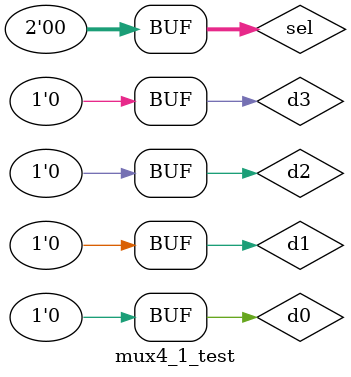
<source format=v>
`timescale 1ns / 1ps


module mux4_1_test;

	// Inputs
	reg [1:0] sel;
	reg d0;
	reg d1;
	reg d2;
	reg d3;

	// Outputs
	wire y;

	// Instantiate the Unit Under Test (UUT)
	mux4_1 uut (
		.sel(sel), 
		.d0(d0), 
		.d1(d1), 
		.d2(d2), 
		.d3(d3), 
		.y(y)
	);

	initial begin
		// Initialize Inputs
		sel = 0;
		d0 = 0;
		d1 = 0;
		d2 = 0;
		d3 = 0;

		// Wait 100 ns for global reset to finish
		#100;
        
		// Add stimulus here

	end
      
endmodule


</source>
